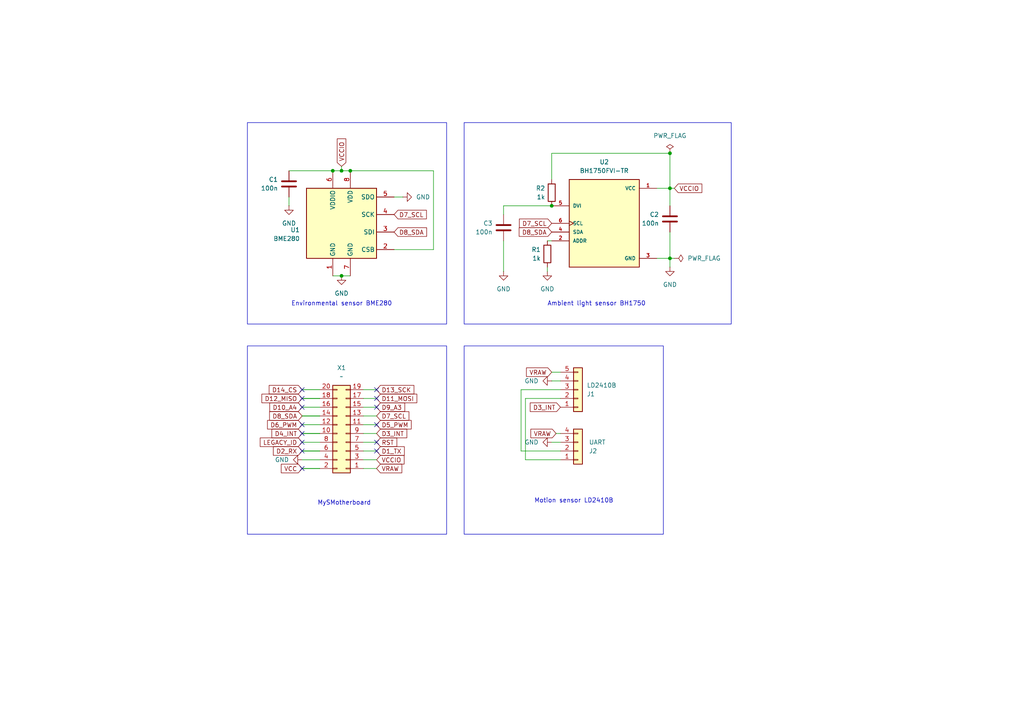
<source format=kicad_sch>
(kicad_sch (version 20231120) (generator "eeschema") (generator_version "8.0")
  (paper "A4")
  (lib_symbols
    (symbol "Connector_Generic:Conn_01x04" (pin_names (offset 1.016) hide)
      (property "Reference" "J" (at 0 5.08 0))
      (property "Value" "Conn_01x04" (at 0 -7.62 0))
      (symbol "Conn_01x04_1_1"
        (rectangle (start -1.27 -4.953) (end 0 -5.207) (stroke (width 0.1524)))
        (rectangle (start -1.27 -2.413) (end 0 -2.667) (stroke (width 0.1524)))
        (rectangle (start -1.27 0.127) (end 0 -0.127) (stroke (width 0.1524)))
        (rectangle (start -1.27 2.667) (end 0 2.413) (stroke (width 0.1524)))
        (rectangle (start -1.27 3.81) (end 1.27 -6.35) (stroke (width 0.254)) (fill (type background)))
        (pin passive line (at -5.08 2.54 0) (length 3.81) (name "Pin_1") (number "1"))
        (pin passive line (at -5.08 0 0) (length 3.81) (name "Pin_2") (number "2"))
        (pin passive line (at -5.08 -2.54 0) (length 3.81) (name "Pin_3") (number "3"))
        (pin passive line (at -5.08 -5.08 0) (length 3.81) (name "Pin_4") (number "4"))
      )
    )
    (symbol "Connector_Generic:Conn_01x05" (pin_names (offset 1.016) hide)
      (property "Reference" "J" (at 0 7.62 0))
      (property "Value" "Conn_01x05" (at 0 -7.62 0))
      (symbol "Conn_01x05_1_1"
        (rectangle (start -1.27 -4.953) (end 0 -5.207) (stroke (width 0.1524)))
        (rectangle (start -1.27 -2.413) (end 0 -2.667) (stroke (width 0.1524)))
        (rectangle (start -1.27 0.127) (end 0 -0.127) (stroke (width 0.1524)))
        (rectangle (start -1.27 2.667) (end 0 2.413) (stroke (width 0.1524)))
        (rectangle (start -1.27 5.207) (end 0 4.953) (stroke (width 0.1524)))
        (rectangle (start -1.27 6.35) (end 1.27 -6.35) (stroke (width 0.254)) (fill (type background)))
        (pin passive line (at -5.08 5.08 0) (length 3.81) (name "Pin_1") (number "1"))
        (pin passive line (at -5.08 2.54 0) (length 3.81) (name "Pin_2") (number "2"))
        (pin passive line (at -5.08 0 0) (length 3.81) (name "Pin_3") (number "3"))
        (pin passive line (at -5.08 -2.54 0) (length 3.81) (name "Pin_4") (number "4"))
        (pin passive line (at -5.08 -5.08 0) (length 3.81) (name "Pin_5") (number "5"))
      )
    )
    (symbol "Connector_Generic:Conn_02x10_Odd_Even" (pin_names (offset 1.016) hide)
      (property "Reference" "J" (at 1.27 12.7 0))
      (property "Value" "Conn_02x10_Odd_Even" (at 1.27 -15.24 0))
      (symbol "Conn_02x10_Odd_Even_1_1"
        (rectangle (start -1.27 -12.573) (end 0 -12.827) (stroke (width 0.1524)))
        (rectangle (start -1.27 -10.033) (end 0 -10.287) (stroke (width 0.1524)))
        (rectangle (start -1.27 -7.493) (end 0 -7.747) (stroke (width 0.1524)))
        (rectangle (start -1.27 -4.953) (end 0 -5.207) (stroke (width 0.1524)))
        (rectangle (start -1.27 -2.413) (end 0 -2.667) (stroke (width 0.1524)))
        (rectangle (start -1.27 0.127) (end 0 -0.127) (stroke (width 0.1524)))
        (rectangle (start -1.27 2.667) (end 0 2.413) (stroke (width 0.1524)))
        (rectangle (start -1.27 5.207) (end 0 4.953) (stroke (width 0.1524)))
        (rectangle (start -1.27 7.747) (end 0 7.493) (stroke (width 0.1524)))
        (rectangle (start -1.27 10.287) (end 0 10.033) (stroke (width 0.1524)))
        (rectangle (start -1.27 11.43) (end 3.81 -13.97) (stroke (width 0.254)) (fill (type background)))
        (rectangle (start 3.81 -12.573) (end 2.54 -12.827) (stroke (width 0.1524)))
        (rectangle (start 3.81 -10.033) (end 2.54 -10.287) (stroke (width 0.1524)))
        (rectangle (start 3.81 -7.493) (end 2.54 -7.747) (stroke (width 0.1524)))
        (rectangle (start 3.81 -4.953) (end 2.54 -5.207) (stroke (width 0.1524)))
        (rectangle (start 3.81 -2.413) (end 2.54 -2.667) (stroke (width 0.1524)))
        (rectangle (start 3.81 0.127) (end 2.54 -0.127) (stroke (width 0.1524)))
        (rectangle (start 3.81 2.667) (end 2.54 2.413) (stroke (width 0.1524)))
        (rectangle (start 3.81 5.207) (end 2.54 4.953) (stroke (width 0.1524)))
        (rectangle (start 3.81 7.747) (end 2.54 7.493) (stroke (width 0.1524)))
        (rectangle (start 3.81 10.287) (end 2.54 10.033) (stroke (width 0.1524)))
        (pin passive line (at -5.08 10.16 0) (length 3.81) (name "Pin_1") (number "1"))
        (pin passive line (at 7.62 0 180) (length 3.81) (name "Pin_10") (number "10"))
        (pin passive line (at -5.08 -2.54 0) (length 3.81) (name "Pin_11") (number "11"))
        (pin passive line (at 7.62 -2.54 180) (length 3.81) (name "Pin_12") (number "12"))
        (pin passive line (at -5.08 -5.08 0) (length 3.81) (name "Pin_13") (number "13"))
        (pin passive line (at 7.62 -5.08 180) (length 3.81) (name "Pin_14") (number "14"))
        (pin passive line (at -5.08 -7.62 0) (length 3.81) (name "Pin_15") (number "15"))
        (pin passive line (at 7.62 -7.62 180) (length 3.81) (name "Pin_16") (number "16"))
        (pin passive line (at -5.08 -10.16 0) (length 3.81) (name "Pin_17") (number "17"))
        (pin passive line (at 7.62 -10.16 180) (length 3.81) (name "Pin_18") (number "18"))
        (pin passive line (at -5.08 -12.7 0) (length 3.81) (name "Pin_19") (number "19"))
        (pin passive line (at 7.62 10.16 180) (length 3.81) (name "Pin_2") (number "2"))
        (pin passive line (at 7.62 -12.7 180) (length 3.81) (name "Pin_20") (number "20"))
        (pin passive line (at -5.08 7.62 0) (length 3.81) (name "Pin_3") (number "3"))
        (pin passive line (at 7.62 7.62 180) (length 3.81) (name "Pin_4") (number "4"))
        (pin passive line (at -5.08 5.08 0) (length 3.81) (name "Pin_5") (number "5"))
        (pin passive line (at 7.62 5.08 180) (length 3.81) (name "Pin_6") (number "6"))
        (pin passive line (at -5.08 2.54 0) (length 3.81) (name "Pin_7") (number "7"))
        (pin passive line (at 7.62 2.54 180) (length 3.81) (name "Pin_8") (number "8"))
        (pin passive line (at -5.08 0 0) (length 3.81) (name "Pin_9") (number "9"))
      )
    )
    (symbol "Device:C" (pin_numbers hide) (pin_names (offset 0.254))
      (property "Reference" "C" (at 0.635 2.54 0))
      (property "Value" "C" (at 0.635 -2.54 0))
      (symbol "C_0_1"
        (polyline (pts (xy -2.032 -0.762) (xy 2.032 -0.762)) (stroke (width 0.508)))
        (polyline (pts (xy -2.032 0.762) (xy 2.032 0.762)) (stroke (width 0.508)))
      )
      (symbol "C_1_1"
        (pin passive line (at 0 3.81 270) (length 2.794) (name "~") (number "1"))
        (pin passive line (at 0 -3.81 90) (length 2.794) (name "~") (number "2"))
      )
    )
    (symbol "Device:R" (pin_numbers hide) (pin_names (offset 0))
      (property "Reference" "R" (at 2.032 0 90))
      (property "Value" "R" (at 0 0 90))
      (symbol "R_0_1"
        (rectangle (start -1.016 -2.54) (end 1.016 2.54) (stroke (width 0.254)))
      )
      (symbol "R_1_1"
        (pin passive line (at 0 3.81 270) (length 1.27) (name "~") (number "1"))
        (pin passive line (at 0 -3.81 90) (length 1.27) (name "~") (number "2"))
      )
    )
    (symbol "GND_1" (power) (pin_numbers hide) (pin_names (offset 0) hide)
      (property "Value" "GND" (at 0 -3.81 0))
      (symbol "GND_1_0_1"
        (polyline (pts (xy 0 0) (xy 0 -1.27) (xy 1.27 -1.27) (xy 0 -2.54) (xy -1.27 -1.27) (xy 0 -1.27)))
      )
      (symbol "GND_1_1_1"
        (pin power_in line (at 0 0 270) (length 0) (name "~") (number "1"))
      )
    )
    (symbol "MySXSensors:BH1750FVI-TR" (pin_names (offset 1.016))
      (property "Reference" "U" (at -10.1737 13.462 0))
      (property "Value" "BH1750FVI-TR" (at -9.922 -15.24 0))
      (symbol "BH1750FVI-TR_0_0"
        (rectangle (start -10.16 12.7) (end 10.16 -12.7) (stroke (width 0.254)) (fill (type background)))
        (pin power_in line (at 15.24 10.16 180) (length 5.08) (name "VCC") (number "1"))
        (pin input line (at -15.24 -5.08 0) (length 5.08) (name "ADDR") (number "2"))
        (pin power_in line (at 15.24 -10.16 180) (length 5.08) (name "GND") (number "3"))
        (pin bidirectional line (at -15.24 -2.54 0) (length 5.08) (name "SDA") (number "4"))
        (pin input line (at -15.24 5.08 0) (length 5.08) (name "DVI") (number "5"))
        (pin input clock (at -15.24 0 0) (length 5.08) (name "SCL") (number "6"))
      )
    )
    (symbol "PWR_FLAG_1" (power) (pin_numbers hide) (pin_names (offset 0) hide)
      (property "Value" "PWR_FLAG" (at 0 3.81 0))
      (symbol "PWR_FLAG_1_0_0"
        (pin power_out line (at 0 0 90) (length 0) (name "~") (number "1"))
      )
      (symbol "PWR_FLAG_1_0_1"
        (polyline (pts (xy 0 0) (xy 0 1.27) (xy -1.016 1.905) (xy 0 2.54) (xy 1.016 1.905) (xy 0 1.27)))
      )
    )
    (symbol "Sensor:BME280"
      (property "Reference" "U" (at -8.89 11.43 0))
      (property "Value" "BME280" (at 7.62 11.43 0))
      (symbol "BME280_0_1"
        (rectangle (start -10.16 10.16) (end 10.16 -10.16) (stroke (width 0.254)) (fill (type background)))
      )
      (symbol "BME280_1_1"
        (pin power_in line (at -2.54 -15.24 90) (length 5.08) (name "GND") (number "1"))
        (pin input line (at 15.24 -7.62 180) (length 5.08) (name "CSB") (number "2"))
        (pin bidirectional line (at 15.24 -2.54 180) (length 5.08) (name "SDI") (number "3"))
        (pin input line (at 15.24 2.54 180) (length 5.08) (name "SCK") (number "4"))
        (pin bidirectional line (at 15.24 7.62 180) (length 5.08) (name "SDO") (number "5"))
        (pin power_in line (at -2.54 15.24 270) (length 5.08) (name "VDDIO") (number "6"))
        (pin power_in line (at 2.54 -15.24 90) (length 5.08) (name "GND") (number "7"))
        (pin power_in line (at 2.54 15.24 270) (length 5.08) (name "VDD") (number "8"))
      )
    )
  )
  (junction (at 99.06 80.01))
  (junction (at 194.31 54.61))
  (junction (at 96.52 49.53))
  (junction (at 160.02 59.69))
  (junction (at 99.06 49.53))
  (junction (at 101.6 49.53))
  (junction (at 194.31 44.45))
  (junction (at 194.31 74.93))
  (no_connect (at 87.63 135.89))
  (no_connect (at 109.22 115.57))
  (no_connect (at 87.63 123.19))
  (no_connect (at 87.63 115.57))
  (no_connect (at 87.63 125.73))
  (no_connect (at 109.22 113.03))
  (no_connect (at 87.63 130.81))
  (no_connect (at 87.63 113.03))
  (no_connect (at 109.22 128.27))
  (no_connect (at 109.22 118.11))
  (no_connect (at 87.63 118.11))
  (no_connect (at 109.22 123.19))
  (no_connect (at 87.63 128.27))
  (no_connect (at 109.22 130.81))
  (wire (pts (xy 101.6 49.53) (xy 125.73 49.53)))
  (wire (pts (xy 151.13 130.81) (xy 162.56 130.81)))
  (wire (pts (xy 92.71 135.89) (xy 87.63 135.89)))
  (wire (pts (xy 160.02 110.49) (xy 162.56 110.49)))
  (wire (pts (xy 194.31 54.61) (xy 194.31 59.69)))
  (wire (pts (xy 92.71 123.19) (xy 87.63 123.19)))
  (wire (pts (xy 105.41 130.81) (xy 109.22 130.81)) (stroke (width 0.1524)))
  (wire (pts (xy 105.41 128.27) (xy 109.22 128.27)) (stroke (width 0.1524)))
  (wire (pts (xy 160.02 44.45) (xy 160.02 52.07)))
  (wire (pts (xy 87.63 133.35) (xy 92.71 133.35)) (stroke (width 0.1524)))
  (wire (pts (xy 160.02 107.95) (xy 162.56 107.95)))
  (wire (pts (xy 158.75 78.74) (xy 158.75 77.47)))
  (wire (pts (xy 87.63 118.11) (xy 92.71 118.11)) (stroke (width 0.1524)))
  (wire (pts (xy 116.84 57.15) (xy 114.3 57.15)))
  (wire (pts (xy 105.41 123.19) (xy 109.22 123.19)) (stroke (width 0.1524)))
  (wire (pts (xy 87.63 120.65) (xy 92.71 120.65)) (stroke (width 0.1524)))
  (wire (pts (xy 160.02 128.27) (xy 162.56 128.27)))
  (wire (pts (xy 87.63 123.19) (xy 92.71 123.19)) (stroke (width 0.1524)))
  (wire (pts (xy 109.22 133.35) (xy 105.41 133.35)))
  (wire (pts (xy 194.31 44.45) (xy 160.02 44.45)))
  (wire (pts (xy 146.05 59.69) (xy 146.05 62.23)))
  (wire (pts (xy 92.71 125.73) (xy 87.63 125.73)))
  (wire (pts (xy 105.41 125.73) (xy 109.22 125.73)) (stroke (width 0.1524)))
  (wire (pts (xy 114.3 72.39) (xy 125.73 72.39)))
  (wire (pts (xy 87.63 128.27) (xy 92.71 128.27)) (stroke (width 0.1524)))
  (wire (pts (xy 194.31 54.61) (xy 194.31 44.45)))
  (wire (pts (xy 92.71 133.35) (xy 87.63 133.35)))
  (wire (pts (xy 125.73 72.39) (xy 125.73 49.53)))
  (wire (pts (xy 87.63 125.73) (xy 92.71 125.73)) (stroke (width 0.1524)))
  (wire (pts (xy 152.4 133.35) (xy 162.56 133.35)))
  (wire (pts (xy 83.82 49.53) (xy 96.52 49.53)))
  (wire (pts (xy 92.71 120.65) (xy 87.63 120.65)))
  (wire (pts (xy 162.56 113.03) (xy 151.13 113.03)))
  (wire (pts (xy 99.06 49.53) (xy 101.6 49.53)))
  (wire (pts (xy 161.29 125.73) (xy 162.56 125.73)))
  (wire (pts (xy 87.63 130.81) (xy 92.71 130.81)) (stroke (width 0.1524)))
  (wire (pts (xy 96.52 80.01) (xy 99.06 80.01)))
  (wire (pts (xy 151.13 113.03) (xy 151.13 130.81)))
  (wire (pts (xy 92.71 118.11) (xy 87.63 118.11)))
  (wire (pts (xy 194.31 77.47) (xy 194.31 74.93)))
  (wire (pts (xy 194.31 54.61) (xy 195.58 54.61)))
  (wire (pts (xy 152.4 115.57) (xy 152.4 133.35)))
  (wire (pts (xy 146.05 69.85) (xy 146.05 78.74)))
  (wire (pts (xy 194.31 74.93) (xy 195.58 74.93)))
  (wire (pts (xy 87.63 135.89) (xy 92.71 135.89)) (stroke (width 0.1524)))
  (wire (pts (xy 194.31 54.61) (xy 190.5 54.61)))
  (wire (pts (xy 146.05 59.69) (xy 160.02 59.69)))
  (wire (pts (xy 194.31 74.93) (xy 190.5 74.93)))
  (wire (pts (xy 96.52 49.53) (xy 99.06 49.53)))
  (wire (pts (xy 194.31 67.31) (xy 194.31 74.93)))
  (wire (pts (xy 105.41 118.11) (xy 109.22 118.11)) (stroke (width 0.1524)))
  (wire (pts (xy 105.41 120.65) (xy 109.22 120.65)) (stroke (width 0.1524)))
  (wire (pts (xy 87.63 115.57) (xy 92.71 115.57)) (stroke (width 0.1524)))
  (wire (pts (xy 162.56 115.57) (xy 152.4 115.57)))
  (wire (pts (xy 92.71 130.81) (xy 87.63 130.81)))
  (wire (pts (xy 105.41 113.03) (xy 109.22 113.03)) (stroke (width 0.1524)))
  (wire (pts (xy 99.06 48.26) (xy 99.06 49.53)))
  (wire (pts (xy 87.63 113.03) (xy 92.71 113.03)) (stroke (width 0.1524)))
  (wire (pts (xy 105.41 115.57) (xy 109.22 115.57)) (stroke (width 0.1524)))
  (wire (pts (xy 92.71 115.57) (xy 87.63 115.57)))
  (wire (pts (xy 83.82 57.15) (xy 83.82 59.69)))
  (wire (pts (xy 92.71 128.27) (xy 87.63 128.27)))
  (wire (pts (xy 158.75 69.85) (xy 160.02 69.85)))
  (wire (pts (xy 109.22 135.89) (xy 105.41 135.89)))
  (wire (pts (xy 92.71 113.03) (xy 87.63 113.03)))
  (wire (pts (xy 99.06 80.01) (xy 101.6 80.01)))
  (rectangle (start 134.62 100.33) (end 192.405 154.94))
  (rectangle (start 71.755 100.33) (end 129.54 154.94))
  (rectangle (start 134.62 35.56) (end 212.09 93.98))
  (rectangle (start 71.755 35.56) (end 129.54 93.98))
  (text "Environmental sensor BME280" (at 84.455 88.9 0) (effects (font (size 1.27 1.27)) (justify left bottom)))
  (text "Motion sensor LD2410B" (at 154.94 146.05 0) (effects (font (size 1.27 1.27)) (justify left bottom)))
  (text "MySMotherboard" (at 92.075 146.685 0) (effects (font (size 1.27 1.27)) (justify left bottom)))
  (text "Ambient light sensor BH1750" (at 158.75 88.9 0) (effects (font (size 1.27 1.27)) (justify left bottom)))
  (global_label "LEGACY_ID" (shape input) (at 87.63 128.27 180) (property "Intersheetrefs" "${INTERSHEET_REFS}" (effects (hide yes))))
  (global_label "VRAW" (shape input) (at 161.29 125.73 180) (property "Intersheetrefs" "${INTERSHEET_REFS}" (effects (hide yes))))
  (global_label "VRAW" (shape input) (at 160.02 107.95 180) (property "Intersheetrefs" "${INTERSHEET_REFS}" (effects (hide yes))))
  (global_label "D2_RX" (shape input) (at 87.63 130.81 180) (property "Intersheetrefs" "${INTERSHEET_REFS}" (effects (hide yes))))
  (global_label "D7_SCL" (shape input) (at 114.3 62.23 0) (property "Intersheetrefs" "${INTERSHEET_REFS}" (effects (hide yes))))
  (global_label "VRAW" (shape input) (at 109.22 135.89 0) (property "Intersheetrefs" "${INTERSHEET_REFS}" (effects (hide yes))))
  (global_label "D12_MISO" (shape input) (at 87.63 115.57 180) (property "Intersheetrefs" "${INTERSHEET_REFS}" (effects (hide yes))))
  (global_label "D9_A3" (shape input) (at 109.22 118.11 0) (property "Intersheetrefs" "${INTERSHEET_REFS}" (effects (hide yes))))
  (global_label "VCC" (shape input) (at 87.63 135.89 180) (property "Intersheetrefs" "${INTERSHEET_REFS}" (effects (hide yes))))
  (global_label "D8_SDA" (shape input) (at 87.63 120.65 180) (property "Intersheetrefs" "${INTERSHEET_REFS}" (effects (hide yes))))
  (global_label "VCCIO" (shape input) (at 195.58 54.61 0) (property "Intersheetrefs" "${INTERSHEET_REFS}" (effects (hide yes))))
  (global_label "D3_INT" (shape input) (at 109.22 125.73 0) (property "Intersheetrefs" "${INTERSHEET_REFS}" (effects (hide yes))))
  (global_label "VCCIO" (shape input) (at 99.06 48.26 90) (property "Intersheetrefs" "${INTERSHEET_REFS}" (effects (hide yes))))
  (global_label "D14_CS" (shape input) (at 87.63 113.03 180) (property "Intersheetrefs" "${INTERSHEET_REFS}" (effects (hide yes))))
  (global_label "D4_INT" (shape input) (at 87.63 125.73 180) (property "Intersheetrefs" "${INTERSHEET_REFS}" (effects (hide yes))))
  (global_label "D7_SCL" (shape input) (at 160.02 64.77 180) (property "Intersheetrefs" "${INTERSHEET_REFS}" (effects (hide yes))))
  (global_label "RST" (shape input) (at 109.22 128.27 0) (property "Intersheetrefs" "${INTERSHEET_REFS}" (effects (hide yes))))
  (global_label "D8_SDA" (shape input) (at 114.3 67.31 0) (property "Intersheetrefs" "${INTERSHEET_REFS}" (effects (hide yes))))
  (global_label "VCCIO" (shape input) (at 109.22 133.35 0) (property "Intersheetrefs" "${INTERSHEET_REFS}" (effects (hide yes))))
  (global_label "D13_SCK" (shape input) (at 109.22 113.03 0) (property "Intersheetrefs" "${INTERSHEET_REFS}" (effects (hide yes))))
  (global_label "D5_PWM" (shape input) (at 109.22 123.19 0) (property "Intersheetrefs" "${INTERSHEET_REFS}" (effects (hide yes))))
  (global_label "D10_A4" (shape input) (at 87.63 118.11 180) (property "Intersheetrefs" "${INTERSHEET_REFS}" (effects (hide yes))))
  (global_label "D8_SDA" (shape input) (at 160.02 67.31 180) (property "Intersheetrefs" "${INTERSHEET_REFS}" (effects (hide yes))))
  (global_label "D6_PWM" (shape input) (at 87.63 123.19 180) (property "Intersheetrefs" "${INTERSHEET_REFS}" (effects (hide yes))))
  (global_label "D1_TX" (shape input) (at 109.22 130.81 0) (property "Intersheetrefs" "${INTERSHEET_REFS}" (effects (hide yes))))
  (global_label "D11_MOSI" (shape input) (at 109.22 115.57 0) (property "Intersheetrefs" "${INTERSHEET_REFS}" (effects (hide yes))))
  (global_label "D7_SCL" (shape input) (at 109.22 120.65 0) (property "Intersheetrefs" "${INTERSHEET_REFS}" (effects (hide yes))))
  (global_label "D3_INT" (shape input) (at 162.56 118.11 180) (property "Intersheetrefs" "${INTERSHEET_REFS}" (effects (hide yes))))
  (symbol (lib_id "Connector_Generic:Conn_01x04") (at 167.64 130.81 0) (mirror x) (unit 1)
    (property "Reference" "J2" (at 170.815 130.81 0) (effects (justify left)))
    (property "Value" "UART" (at 170.815 128.27 0) (effects (justify left)))
    (property "Footprint" "Connector_PinHeader_2.54mm:PinHeader_1x04_P2.54mm_Horizontal" (effects (hide yes)))
  )
  (symbol (lib_name "GND_1") (lib_id "power:GND") (at 87.63 133.35 270) (unit 1)
    (property "Reference" "#PWR06" (effects (hide yes)))
    (property "Value" "GND" (at 83.82 133.3499 90) (effects (justify right)))
    (property "Description" "Power symbol creates a global label with name \"GND\" , ground" (effects (hide yes)))
  )
  (symbol (lib_name "GND_1") (lib_id "power:GND") (at 146.05 78.74 0) (unit 1)
    (property "Reference" "#PWR04" (effects (hide yes)))
    (property "Value" "GND" (at 146.05 83.82 0))
    (property "Description" "Power symbol creates a global label with name \"GND\" , ground" (effects (hide yes)))
  )
  (symbol (lib_name "GND_1") (lib_id "power:GND") (at 83.82 59.69 0) (unit 1)
    (property "Reference" "#PWR09" (effects (hide yes)))
    (property "Value" "GND" (at 83.82 64.77 0))
    (property "Description" "Power symbol creates a global label with name \"GND\" , ground" (effects (hide yes)))
  )
  (symbol (lib_name "GND_1") (lib_id "power:GND") (at 160.02 110.49 270) (unit 1)
    (property "Reference" "#PWR01" (effects (hide yes)))
    (property "Value" "GND" (at 156.21 110.4899 90) (effects (justify right)))
    (property "Description" "Power symbol creates a global label with name \"GND\" , ground" (effects (hide yes)))
  )
  (symbol (lib_id "Device:C") (at 146.05 66.04 0) (mirror y) (unit 1)
    (property "Reference" "C3" (at 142.875 64.77 0) (effects (justify left)))
    (property "Value" "100n" (at 142.875 67.31 0) (effects (justify left)))
    (property "Footprint" "Capacitor_SMD:C_0402_1005Metric_Pad0.74x0.62mm_HandSolder" (effects (hide yes)))
  )
  (symbol (lib_id "Device:R") (at 160.02 55.88 180) (unit 1)
    (property "Reference" "R2" (at 158.115 54.61 0) (effects (justify left)))
    (property "Value" "1k" (at 158.115 57.15 0) (effects (justify left)))
    (property "Footprint" "Resistor_SMD:R_0603_1608Metric" (effects (hide yes)))
  )
  (symbol (lib_name "GND_1") (lib_id "power:GND") (at 194.31 77.47 0) (unit 1)
    (property "Reference" "#PWR05" (effects (hide yes)))
    (property "Value" "GND" (at 194.31 82.55 0))
    (property "Description" "Power symbol creates a global label with name \"GND\" , ground" (effects (hide yes)))
  )
  (symbol (lib_id "Device:R") (at 158.75 73.66 180) (unit 1)
    (property "Reference" "R1" (at 156.845 72.39 0) (effects (justify left)))
    (property "Value" "1k" (at 156.845 74.93 0) (effects (justify left)))
    (property "Footprint" "Resistor_SMD:R_0603_1608Metric" (effects (hide yes)))
  )
  (symbol (lib_name "GND_1") (lib_id "power:GND") (at 158.75 78.74 0) (unit 1)
    (property "Reference" "#PWR03" (effects (hide yes)))
    (property "Value" "GND" (at 158.75 83.82 0))
    (property "Description" "Power symbol creates a global label with name \"GND\" , ground" (effects (hide yes)))
  )
  (symbol (lib_name "GND_1") (lib_id "power:GND") (at 116.84 57.15 90) (unit 1)
    (property "Reference" "#PWR08" (effects (hide yes)))
    (property "Value" "GND" (at 120.65 57.1499 90) (effects (justify right)))
    (property "Description" "Power symbol creates a global label with name \"GND\" , ground" (effects (hide yes)))
  )
  (symbol (lib_id "Sensor:BME280") (at 99.06 64.77 0) (unit 1)
    (property "Reference" "U1" (at 86.995 66.675 0) (effects (justify right)))
    (property "Value" "BME280" (at 86.995 69.215 0) (effects (justify right)))
    (property "Footprint" "Package_LGA:Bosch_LGA-8_2.5x2.5mm_P0.65mm_ClockwisePinNumbering" (effects (hide yes)))
    (property "Datasheet" "https://www.bosch-sensortec.com/media/boschsensortec/downloads/datasheets/bst-bme280-ds002.pdf" (effects (hide yes)))
  )
  (symbol (lib_id "Device:C") (at 83.82 53.34 0) (mirror y) (unit 1)
    (property "Reference" "C1" (at 80.645 52.07 0) (effects (justify left)))
    (property "Value" "100n" (at 80.645 54.61 0) (effects (justify left)))
    (property "Footprint" "Capacitor_SMD:C_0402_1005Metric_Pad0.74x0.62mm_HandSolder" (effects (hide yes)))
  )
  (symbol (lib_name "GND_1") (lib_id "power:GND") (at 160.02 128.27 270) (unit 1)
    (property "Reference" "#PWR07" (effects (hide yes)))
    (property "Value" "GND" (at 156.21 128.2699 90) (effects (justify right)))
    (property "Description" "Power symbol creates a global label with name \"GND\" , ground" (effects (hide yes)))
  )
  (symbol (lib_name "GND_1") (lib_id "power:GND") (at 99.06 80.01 0) (unit 1)
    (property "Reference" "#PWR02" (effects (hide yes)))
    (property "Value" "GND" (at 99.06 85.09 0))
    (property "Description" "Power symbol creates a global label with name \"GND\" , ground" (effects (hide yes)))
  )
  (symbol (lib_id "MySXSensors:BH1750FVI-TR") (at 175.26 64.77 0) (unit 1)
    (property "Reference" "U2" (at 175.26 46.99 0))
    (property "Value" "BH1750FVI-TR" (at 175.26 49.53 0))
    (property "Footprint" "MySXSensors:XDCR_BH1750FVI-TR" (effects (hide yes)))
  )
  (symbol (lib_name "PWR_FLAG_1") (lib_id "power:PWR_FLAG") (at 194.31 44.45 0) (unit 1)
    (property "Reference" "#FLG03" (effects (hide yes)))
    (property "Value" "PWR_FLAG" (at 194.31 39.37 0))
    (property "Description" "Special symbol for telling ERC where power comes from" (effects (hide yes)))
  )
  (symbol (lib_name "PWR_FLAG_1") (lib_id "power:PWR_FLAG") (at 195.58 74.93 270) (unit 1)
    (property "Reference" "#FLG01" (effects (hide yes)))
    (property "Value" "PWR_FLAG" (at 199.39 74.9299 90) (effects (justify left)))
    (property "Description" "Special symbol for telling ERC where power comes from" (effects (hide yes)))
  )
  (symbol (lib_id "Connector_Generic:Conn_01x05") (at 167.64 113.03 0) (mirror x) (unit 1)
    (property "Reference" "J1" (at 170.18 114.3 0) (effects (justify left)))
    (property "Value" "LD2410B" (at 170.18 111.76 0) (effects (justify left)))
    (property "Footprint" "Connector_PinHeader_1.27mm:PinHeader_1x05_P1.27mm_Vertical" (effects (hide yes)))
  )
  (symbol (lib_id "Device:C") (at 194.31 63.5 0) (mirror y) (unit 1)
    (property "Reference" "C2" (at 191.135 62.23 0) (effects (justify left)))
    (property "Value" "100n" (at 191.135 64.77 0) (effects (justify left)))
    (property "Footprint" "Capacitor_SMD:C_0402_1005Metric_Pad0.74x0.62mm_HandSolder" (effects (hide yes)))
  )
  (symbol (lib_id "Connector_Generic:Conn_02x10_Odd_Even") (at 100.33 125.73 180) (unit 1)
    (property "Reference" "X1" (at 99.06 106.68 0))
    (property "Value" "~" (at 99.06 109.22 0))
    (property "Footprint" "MySXSensors:FE10-2" (effects (hide yes)))
  )
)
</source>
